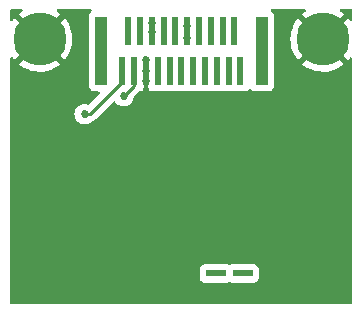
<source format=gbr>
%TF.GenerationSoftware,KiCad,Pcbnew,(6.0.0-0)*%
%TF.CreationDate,2022-07-13T15:20:42-04:00*%
%TF.ProjectId,ec,65632e6b-6963-4616-945f-706362585858,rev?*%
%TF.SameCoordinates,Original*%
%TF.FileFunction,Copper,L4,Bot*%
%TF.FilePolarity,Positive*%
%FSLAX46Y46*%
G04 Gerber Fmt 4.6, Leading zero omitted, Abs format (unit mm)*
G04 Created by KiCad (PCBNEW (6.0.0-0)) date 2022-07-13 15:20:42*
%MOMM*%
%LPD*%
G01*
G04 APERTURE LIST*
%TA.AperFunction,ComponentPad*%
%ADD10C,4.500000*%
%TD*%
%TA.AperFunction,ComponentPad*%
%ADD11R,1.690000X0.600000*%
%TD*%
%TA.AperFunction,SMDPad,CuDef*%
%ADD12R,1.000000X5.850000*%
%TD*%
%TA.AperFunction,SMDPad,CuDef*%
%ADD13R,0.610000X2.410000*%
%TD*%
%TA.AperFunction,ViaPad*%
%ADD14C,0.685800*%
%TD*%
%TA.AperFunction,Conductor*%
%ADD15C,0.254000*%
%TD*%
G04 APERTURE END LIST*
D10*
%TO.P,H1,1,1*%
%TO.N,GND*%
X95000000Y-64000000D03*
%TD*%
%TO.P,H2,1,1*%
%TO.N,GND*%
X119000000Y-64000000D03*
%TD*%
D11*
%TO.P,J1,1,Pin_1*%
%TO.N,/3V3*%
X112206000Y-83838000D03*
%TO.P,J1,2,Pin_2*%
%TO.N,/A0*%
X109906000Y-83838000D03*
%TD*%
D12*
%TO.P,J2,*%
%TO.N,*%
X100173500Y-65000000D03*
X113826500Y-65000000D03*
D13*
%TO.P,J2,1,SDA(E)*%
%TO.N,/SDA_EEPROM*%
X101996500Y-66720000D03*
%TO.P,J2,2,SCL(E)*%
%TO.N,/SCL_EEPROM*%
X102996500Y-66720000D03*
%TO.P,J2,3,GND*%
%TO.N,GND*%
X103996500Y-66720000D03*
%TO.P,J2,4,NC*%
%TO.N,N/C*%
X104996500Y-66720000D03*
%TO.P,J2,5,~{RST}*%
%TO.N,/~{RST}*%
X105996500Y-66720000D03*
%TO.P,J2,6,SCK*%
%TO.N,/SCK*%
X106996500Y-66720000D03*
%TO.P,J2,7,MISO*%
%TO.N,/MISO*%
X107996500Y-66720000D03*
%TO.P,J2,8,MOSI*%
%TO.N,/MOSI*%
X108996500Y-66720000D03*
%TO.P,J2,9,CE*%
%TO.N,/CS*%
X109996500Y-66720000D03*
%TO.P,J2,10,SDA*%
%TO.N,/SDA*%
X110996500Y-66720000D03*
%TO.P,J2,11,SCL*%
%TO.N,/SCL*%
X111996500Y-66720000D03*
%TO.P,J2,12,NC*%
%TO.N,N/C*%
X111496500Y-63280000D03*
%TO.P,J2,13,RX*%
%TO.N,/RXD*%
X110496500Y-63280000D03*
%TO.P,J2,14,TX*%
%TO.N,/TXD*%
X109496500Y-63280000D03*
%TO.P,J2,15,STAT*%
%TO.N,/Status*%
X108496500Y-63280000D03*
%TO.P,J2,16,A0*%
%TO.N,/A0*%
X107496500Y-63280000D03*
%TO.P,J2,17,A1*%
%TO.N,/A1*%
X106496500Y-63280000D03*
%TO.P,J2,18,NC*%
%TO.N,N/C*%
X105496500Y-63280000D03*
%TO.P,J2,19,3V3*%
%TO.N,/3V3*%
X104496500Y-63280000D03*
%TO.P,J2,20,NC*%
%TO.N,N/C*%
X103496500Y-63320000D03*
%TO.P,J2,21,5V*%
%TO.N,/5V*%
X102496500Y-63320000D03*
%TD*%
D14*
%TO.N,GND*%
X93472000Y-83058000D03*
X93472000Y-80010000D03*
X93472000Y-77216000D03*
X93472000Y-73406000D03*
X93472000Y-86106000D03*
X96520000Y-86106000D03*
X111760000Y-86106000D03*
X99568000Y-86106000D03*
X102616000Y-86106000D03*
X105664000Y-86106000D03*
X108712000Y-86106000D03*
X117856000Y-86106000D03*
X114808000Y-86106000D03*
X120904000Y-86106000D03*
X120904000Y-80010000D03*
X120904000Y-83058000D03*
X120904000Y-76962000D03*
X120904000Y-73914000D03*
X120904000Y-67818000D03*
X120904000Y-70866000D03*
X110998000Y-82550000D03*
X107442000Y-82804000D03*
X110998000Y-80772000D03*
X109982000Y-78994000D03*
X108966000Y-77470000D03*
X108966000Y-75946000D03*
X105918000Y-77470000D03*
X105918000Y-75946000D03*
X106934000Y-79756000D03*
X105918000Y-72898000D03*
X105918000Y-71374000D03*
X105918000Y-74422000D03*
X105918000Y-69850000D03*
X108966000Y-72898000D03*
X108966000Y-71374000D03*
X108966000Y-74422000D03*
X108966000Y-69850000D03*
X96012000Y-73406000D03*
X104013000Y-66675000D03*
X104013000Y-67564000D03*
X99822000Y-71628000D03*
X97282000Y-73406000D03*
X94742000Y-73406000D03*
X104013000Y-65786000D03*
%TO.N,/3V3*%
X104496500Y-63397500D03*
X104496500Y-62635500D03*
%TO.N,/SDA_EEPROM*%
X98806000Y-70358000D03*
%TO.N,/SCL_EEPROM*%
X102108000Y-68834000D03*
%TO.N,/A0*%
X107500000Y-63900000D03*
X107500000Y-62900000D03*
%TD*%
D15*
%TO.N,/SDA_EEPROM*%
X101996500Y-66720000D02*
X101996500Y-67620000D01*
X101996500Y-67620000D02*
X99258500Y-70358000D01*
X99258500Y-70358000D02*
X98806000Y-70358000D01*
%TO.N,/SCL_EEPROM*%
X102996500Y-67945500D02*
X102108000Y-68834000D01*
X102996500Y-66720000D02*
X102996500Y-67945500D01*
%TO.N,/A0*%
X107500000Y-62900000D02*
X107496500Y-62903500D01*
X107496500Y-62903500D02*
X107496500Y-63280000D01*
%TD*%
%TA.AperFunction,Conductor*%
%TO.N,GND*%
G36*
X93508556Y-61466002D02*
G01*
X93555049Y-61519658D01*
X93565153Y-61589932D01*
X93535659Y-61654512D01*
X93504858Y-61680285D01*
X93450196Y-61712805D01*
X93443945Y-61717053D01*
X93250733Y-61866115D01*
X93242267Y-61877773D01*
X93248871Y-61889661D01*
X94987188Y-63627978D01*
X95001132Y-63635592D01*
X95002965Y-63635461D01*
X95009580Y-63631210D01*
X96750162Y-61890628D01*
X96757174Y-61877787D01*
X96749379Y-61867098D01*
X96579886Y-61733481D01*
X96573663Y-61729156D01*
X96492326Y-61679605D01*
X96444557Y-61627082D01*
X96432767Y-61557071D01*
X96460699Y-61491800D01*
X96519485Y-61451992D01*
X96557879Y-61446000D01*
X99286595Y-61446000D01*
X99354716Y-61466002D01*
X99401209Y-61519658D01*
X99411313Y-61589932D01*
X99381819Y-61654512D01*
X99362163Y-61672824D01*
X99310239Y-61711739D01*
X99222885Y-61828295D01*
X99171755Y-61964684D01*
X99165000Y-62026866D01*
X99165000Y-67973134D01*
X99171755Y-68035316D01*
X99222885Y-68171705D01*
X99310239Y-68288261D01*
X99426795Y-68375615D01*
X99563184Y-68426745D01*
X99625366Y-68433500D01*
X99980078Y-68433500D01*
X100048199Y-68453502D01*
X100094692Y-68507158D01*
X100104796Y-68577432D01*
X100075302Y-68642012D01*
X100069173Y-68648595D01*
X99202648Y-69515120D01*
X99140336Y-69549146D01*
X99075213Y-69545888D01*
X99070546Y-69543810D01*
X98983016Y-69525205D01*
X98901943Y-69507972D01*
X98901939Y-69507972D01*
X98895486Y-69506600D01*
X98716514Y-69506600D01*
X98710061Y-69507972D01*
X98710057Y-69507972D01*
X98628984Y-69525205D01*
X98541454Y-69543810D01*
X98535424Y-69546495D01*
X98535423Y-69546495D01*
X98383985Y-69613919D01*
X98383983Y-69613920D01*
X98377955Y-69616604D01*
X98372614Y-69620484D01*
X98372613Y-69620485D01*
X98283266Y-69685400D01*
X98233164Y-69721801D01*
X98113409Y-69854803D01*
X98023923Y-70009797D01*
X97968618Y-70180009D01*
X97949910Y-70358000D01*
X97968618Y-70535991D01*
X98023923Y-70706203D01*
X98113409Y-70861197D01*
X98117827Y-70866104D01*
X98117828Y-70866105D01*
X98204256Y-70962093D01*
X98233164Y-70994199D01*
X98377955Y-71099396D01*
X98383983Y-71102080D01*
X98383985Y-71102081D01*
X98535423Y-71169505D01*
X98541454Y-71172190D01*
X98628984Y-71190795D01*
X98710057Y-71208028D01*
X98710061Y-71208028D01*
X98716514Y-71209400D01*
X98895486Y-71209400D01*
X98901939Y-71208028D01*
X98901943Y-71208028D01*
X98983016Y-71190795D01*
X99070546Y-71172190D01*
X99076577Y-71169505D01*
X99228015Y-71102081D01*
X99228017Y-71102080D01*
X99234045Y-71099396D01*
X99373854Y-70997818D01*
X99414061Y-70978899D01*
X99417799Y-70978427D01*
X99425172Y-70975508D01*
X99425175Y-70975507D01*
X99459056Y-70962093D01*
X99470285Y-70958248D01*
X99486965Y-70953402D01*
X99512893Y-70945869D01*
X99519720Y-70941831D01*
X99519723Y-70941830D01*
X99530406Y-70935512D01*
X99548164Y-70926812D01*
X99559715Y-70922239D01*
X99559721Y-70922235D01*
X99567088Y-70919319D01*
X99602991Y-70893234D01*
X99612910Y-70886719D01*
X99644268Y-70868174D01*
X99644272Y-70868171D01*
X99651098Y-70864134D01*
X99665482Y-70849750D01*
X99680516Y-70836909D01*
X99690573Y-70829602D01*
X99696987Y-70824942D01*
X99725278Y-70790744D01*
X99733267Y-70781965D01*
X101212413Y-69302819D01*
X101274725Y-69268793D01*
X101345540Y-69273858D01*
X101402376Y-69316405D01*
X101410628Y-69328916D01*
X101412107Y-69331479D01*
X101412110Y-69331484D01*
X101415409Y-69337197D01*
X101535164Y-69470199D01*
X101540506Y-69474080D01*
X101540508Y-69474082D01*
X101640176Y-69546495D01*
X101679955Y-69575396D01*
X101685983Y-69578080D01*
X101685985Y-69578081D01*
X101772510Y-69616604D01*
X101843454Y-69648190D01*
X101930984Y-69666795D01*
X102012057Y-69684028D01*
X102012061Y-69684028D01*
X102018514Y-69685400D01*
X102197486Y-69685400D01*
X102203939Y-69684028D01*
X102203943Y-69684028D01*
X102285016Y-69666795D01*
X102372546Y-69648190D01*
X102443490Y-69616604D01*
X102530015Y-69578081D01*
X102530017Y-69578080D01*
X102536045Y-69575396D01*
X102575824Y-69546495D01*
X102675492Y-69474082D01*
X102675494Y-69474080D01*
X102680836Y-69470199D01*
X102800591Y-69337197D01*
X102890077Y-69182203D01*
X102945382Y-69011991D01*
X102954418Y-68926024D01*
X102981432Y-68860367D01*
X102990633Y-68850100D01*
X103389983Y-68450750D01*
X103398305Y-68443176D01*
X103404803Y-68439053D01*
X103408610Y-68434999D01*
X103443142Y-68415001D01*
X103445146Y-68414250D01*
X103452980Y-68411313D01*
X103523786Y-68406128D01*
X103541441Y-68411312D01*
X103573894Y-68423478D01*
X103589149Y-68427105D01*
X103640014Y-68432631D01*
X103646828Y-68433000D01*
X103724385Y-68433000D01*
X103739624Y-68428525D01*
X103740829Y-68427135D01*
X103742500Y-68419452D01*
X103742500Y-68218852D01*
X103754347Y-68172542D01*
X103752115Y-68171705D01*
X103800471Y-68042715D01*
X103803245Y-68035316D01*
X103810000Y-67973134D01*
X103810000Y-66592000D01*
X103830002Y-66523879D01*
X103883658Y-66477386D01*
X103936000Y-66466000D01*
X104057000Y-66466000D01*
X104125121Y-66486002D01*
X104171614Y-66539658D01*
X104183000Y-66592000D01*
X104183000Y-67973134D01*
X104189755Y-68035316D01*
X104192529Y-68042715D01*
X104240885Y-68171705D01*
X104238653Y-68172542D01*
X104250500Y-68218852D01*
X104250500Y-68414884D01*
X104254975Y-68430123D01*
X104256365Y-68431328D01*
X104264048Y-68432999D01*
X104346169Y-68432999D01*
X104352990Y-68432629D01*
X104403852Y-68427105D01*
X104419107Y-68423478D01*
X104451557Y-68411313D01*
X104522364Y-68406129D01*
X104540019Y-68411313D01*
X104573781Y-68423970D01*
X104573783Y-68423970D01*
X104581184Y-68426745D01*
X104643366Y-68433500D01*
X105349634Y-68433500D01*
X105411816Y-68426745D01*
X105452271Y-68411579D01*
X105523076Y-68406396D01*
X105540723Y-68411577D01*
X105581184Y-68426745D01*
X105643366Y-68433500D01*
X106349634Y-68433500D01*
X106411816Y-68426745D01*
X106452271Y-68411579D01*
X106523076Y-68406396D01*
X106540723Y-68411577D01*
X106581184Y-68426745D01*
X106643366Y-68433500D01*
X107349634Y-68433500D01*
X107411816Y-68426745D01*
X107452271Y-68411579D01*
X107523076Y-68406396D01*
X107540723Y-68411577D01*
X107581184Y-68426745D01*
X107643366Y-68433500D01*
X108349634Y-68433500D01*
X108411816Y-68426745D01*
X108452271Y-68411579D01*
X108523076Y-68406396D01*
X108540723Y-68411577D01*
X108581184Y-68426745D01*
X108643366Y-68433500D01*
X109349634Y-68433500D01*
X109411816Y-68426745D01*
X109452271Y-68411579D01*
X109523076Y-68406396D01*
X109540723Y-68411577D01*
X109581184Y-68426745D01*
X109643366Y-68433500D01*
X110349634Y-68433500D01*
X110411816Y-68426745D01*
X110452271Y-68411579D01*
X110523076Y-68406396D01*
X110540723Y-68411577D01*
X110581184Y-68426745D01*
X110643366Y-68433500D01*
X111349634Y-68433500D01*
X111411816Y-68426745D01*
X111452271Y-68411579D01*
X111523076Y-68406396D01*
X111540723Y-68411577D01*
X111581184Y-68426745D01*
X111643366Y-68433500D01*
X112349634Y-68433500D01*
X112411816Y-68426745D01*
X112548205Y-68375615D01*
X112664761Y-68288261D01*
X112713174Y-68223664D01*
X112770033Y-68181149D01*
X112840852Y-68176123D01*
X112903145Y-68210183D01*
X112914826Y-68223664D01*
X112963239Y-68288261D01*
X113079795Y-68375615D01*
X113216184Y-68426745D01*
X113278366Y-68433500D01*
X114374634Y-68433500D01*
X114436816Y-68426745D01*
X114573205Y-68375615D01*
X114689761Y-68288261D01*
X114777115Y-68171705D01*
X114828245Y-68035316D01*
X114835000Y-67973134D01*
X114835000Y-66121982D01*
X117243142Y-66121982D01*
X117250668Y-66132415D01*
X117396463Y-66249848D01*
X117402648Y-66254244D01*
X117678363Y-66426195D01*
X117685034Y-66429817D01*
X117979414Y-66567402D01*
X117986468Y-66570195D01*
X118295257Y-66671420D01*
X118302570Y-66673339D01*
X118621298Y-66736738D01*
X118628789Y-66737764D01*
X118952823Y-66762413D01*
X118960386Y-66762531D01*
X119285021Y-66748074D01*
X119292562Y-66747282D01*
X119613115Y-66693926D01*
X119620479Y-66692240D01*
X119932315Y-66600757D01*
X119939424Y-66598198D01*
X120238003Y-66469919D01*
X120244770Y-66466515D01*
X120525764Y-66303301D01*
X120532071Y-66299111D01*
X120750005Y-66134588D01*
X120758461Y-66123197D01*
X120751743Y-66110953D01*
X119012812Y-64372022D01*
X118998868Y-64364408D01*
X118997035Y-64364539D01*
X118990420Y-64368790D01*
X117250257Y-66108953D01*
X117243142Y-66121982D01*
X114835000Y-66121982D01*
X114835000Y-63974858D01*
X116237299Y-63974858D01*
X116253456Y-64299410D01*
X116254287Y-64306939D01*
X116309318Y-64627198D01*
X116311051Y-64634585D01*
X116404156Y-64945909D01*
X116406759Y-64953022D01*
X116536595Y-65250913D01*
X116540037Y-65257669D01*
X116704720Y-65537803D01*
X116708943Y-65544088D01*
X116865792Y-65749608D01*
X116877316Y-65758069D01*
X116889382Y-65751408D01*
X118627978Y-64012812D01*
X118635592Y-63998868D01*
X118635461Y-63997035D01*
X118631210Y-63990420D01*
X116890864Y-62250074D01*
X116877929Y-62243011D01*
X116867367Y-62250671D01*
X116741785Y-62408268D01*
X116737428Y-62414467D01*
X116566913Y-62691094D01*
X116563333Y-62697770D01*
X116427287Y-62992878D01*
X116424537Y-62999929D01*
X116324927Y-63309251D01*
X116323044Y-63316584D01*
X116261316Y-63635632D01*
X116260329Y-63643132D01*
X116237378Y-63967277D01*
X116237299Y-63974858D01*
X114835000Y-63974858D01*
X114835000Y-62026866D01*
X114828245Y-61964684D01*
X114777115Y-61828295D01*
X114689761Y-61711739D01*
X114637838Y-61672825D01*
X114595325Y-61615966D01*
X114590300Y-61545148D01*
X114624359Y-61482855D01*
X114686691Y-61448865D01*
X114713405Y-61446000D01*
X117440435Y-61446000D01*
X117508556Y-61466002D01*
X117555049Y-61519658D01*
X117565153Y-61589932D01*
X117535659Y-61654512D01*
X117504858Y-61680285D01*
X117450196Y-61712805D01*
X117443945Y-61717053D01*
X117250733Y-61866115D01*
X117242267Y-61877773D01*
X117248871Y-61889661D01*
X118987188Y-63627978D01*
X119001132Y-63635592D01*
X119002965Y-63635461D01*
X119009580Y-63631210D01*
X120750162Y-61890628D01*
X120757174Y-61877787D01*
X120749379Y-61867098D01*
X120579886Y-61733481D01*
X120573663Y-61729156D01*
X120492326Y-61679605D01*
X120444557Y-61627082D01*
X120432767Y-61557071D01*
X120460699Y-61491800D01*
X120519485Y-61451992D01*
X120557879Y-61446000D01*
X121361000Y-61446000D01*
X121429121Y-61466002D01*
X121475614Y-61519658D01*
X121487000Y-61572000D01*
X121487000Y-62337698D01*
X121466998Y-62405819D01*
X121413342Y-62452312D01*
X121343068Y-62462416D01*
X121278488Y-62432922D01*
X121261643Y-62415184D01*
X121133617Y-62251022D01*
X121121823Y-62242551D01*
X121110113Y-62249097D01*
X119372022Y-63987188D01*
X119364408Y-64001132D01*
X119364539Y-64002965D01*
X119368790Y-64009580D01*
X121108825Y-65749615D01*
X121121948Y-65756781D01*
X121132250Y-65749391D01*
X121241429Y-65615285D01*
X121245838Y-65609149D01*
X121254437Y-65595520D01*
X121307703Y-65548581D01*
X121377891Y-65537891D01*
X121442715Y-65566844D01*
X121481596Y-65626248D01*
X121487000Y-65662754D01*
X121487000Y-86304000D01*
X121466998Y-86372121D01*
X121413342Y-86418614D01*
X121361000Y-86430000D01*
X92629000Y-86430000D01*
X92560879Y-86409998D01*
X92514386Y-86356342D01*
X92503000Y-86304000D01*
X92503000Y-84186134D01*
X108552500Y-84186134D01*
X108559255Y-84248316D01*
X108610385Y-84384705D01*
X108697739Y-84501261D01*
X108814295Y-84588615D01*
X108950684Y-84639745D01*
X109012866Y-84646500D01*
X110799134Y-84646500D01*
X110861316Y-84639745D01*
X110997705Y-84588615D01*
X110999065Y-84587596D01*
X111064845Y-84573207D01*
X111112347Y-84587155D01*
X111114295Y-84588615D01*
X111250684Y-84639745D01*
X111312866Y-84646500D01*
X113099134Y-84646500D01*
X113161316Y-84639745D01*
X113297705Y-84588615D01*
X113414261Y-84501261D01*
X113501615Y-84384705D01*
X113552745Y-84248316D01*
X113559500Y-84186134D01*
X113559500Y-83489866D01*
X113552745Y-83427684D01*
X113501615Y-83291295D01*
X113414261Y-83174739D01*
X113297705Y-83087385D01*
X113161316Y-83036255D01*
X113099134Y-83029500D01*
X111312866Y-83029500D01*
X111250684Y-83036255D01*
X111114295Y-83087385D01*
X111112935Y-83088404D01*
X111047155Y-83102793D01*
X110999653Y-83088845D01*
X110997705Y-83087385D01*
X110861316Y-83036255D01*
X110799134Y-83029500D01*
X109012866Y-83029500D01*
X108950684Y-83036255D01*
X108814295Y-83087385D01*
X108697739Y-83174739D01*
X108610385Y-83291295D01*
X108559255Y-83427684D01*
X108552500Y-83489866D01*
X108552500Y-84186134D01*
X92503000Y-84186134D01*
X92503000Y-66121982D01*
X93243142Y-66121982D01*
X93250668Y-66132415D01*
X93396463Y-66249848D01*
X93402648Y-66254244D01*
X93678363Y-66426195D01*
X93685034Y-66429817D01*
X93979414Y-66567402D01*
X93986468Y-66570195D01*
X94295257Y-66671420D01*
X94302570Y-66673339D01*
X94621298Y-66736738D01*
X94628789Y-66737764D01*
X94952823Y-66762413D01*
X94960386Y-66762531D01*
X95285021Y-66748074D01*
X95292562Y-66747282D01*
X95613115Y-66693926D01*
X95620479Y-66692240D01*
X95932315Y-66600757D01*
X95939424Y-66598198D01*
X96238003Y-66469919D01*
X96244770Y-66466515D01*
X96525764Y-66303301D01*
X96532071Y-66299111D01*
X96750005Y-66134588D01*
X96758461Y-66123197D01*
X96751743Y-66110953D01*
X95012812Y-64372022D01*
X94998868Y-64364408D01*
X94997035Y-64364539D01*
X94990420Y-64368790D01*
X93250257Y-66108953D01*
X93243142Y-66121982D01*
X92503000Y-66121982D01*
X92503000Y-65647024D01*
X92523002Y-65578903D01*
X92576658Y-65532410D01*
X92646932Y-65522306D01*
X92711512Y-65551800D01*
X92729163Y-65570582D01*
X92865792Y-65749608D01*
X92877316Y-65758069D01*
X92889382Y-65751408D01*
X94627978Y-64012812D01*
X94634356Y-64001132D01*
X95364408Y-64001132D01*
X95364539Y-64002965D01*
X95368790Y-64009580D01*
X97108825Y-65749615D01*
X97121948Y-65756781D01*
X97132250Y-65749391D01*
X97241429Y-65615285D01*
X97245842Y-65609144D01*
X97419248Y-65334312D01*
X97422895Y-65327677D01*
X97562025Y-65034011D01*
X97564850Y-65026984D01*
X97667696Y-64718715D01*
X97669650Y-64711424D01*
X97734716Y-64393033D01*
X97735784Y-64385529D01*
X97762253Y-64060100D01*
X97762458Y-64055625D01*
X97763018Y-64002221D01*
X97762908Y-63997789D01*
X97743257Y-63671835D01*
X97742349Y-63664333D01*
X97683967Y-63344663D01*
X97682154Y-63337284D01*
X97585797Y-63026966D01*
X97583116Y-63019869D01*
X97450172Y-62723363D01*
X97446655Y-62716636D01*
X97279054Y-62438252D01*
X97274757Y-62431999D01*
X97133617Y-62251022D01*
X97121823Y-62242551D01*
X97110113Y-62249097D01*
X95372022Y-63987188D01*
X95364408Y-64001132D01*
X94634356Y-64001132D01*
X94635592Y-63998868D01*
X94635461Y-63997035D01*
X94631210Y-63990420D01*
X92890864Y-62250074D01*
X92877929Y-62243011D01*
X92867367Y-62250671D01*
X92741785Y-62408268D01*
X92737427Y-62414469D01*
X92736261Y-62416360D01*
X92735816Y-62416760D01*
X92735245Y-62417573D01*
X92735059Y-62417442D01*
X92683489Y-62463855D01*
X92613418Y-62475279D01*
X92548294Y-62447006D01*
X92508793Y-62388012D01*
X92503000Y-62350246D01*
X92503000Y-61572000D01*
X92523002Y-61503879D01*
X92576658Y-61457386D01*
X92629000Y-61446000D01*
X93440435Y-61446000D01*
X93508556Y-61466002D01*
G37*
%TD.AperFunction*%
%TD*%
M02*

</source>
